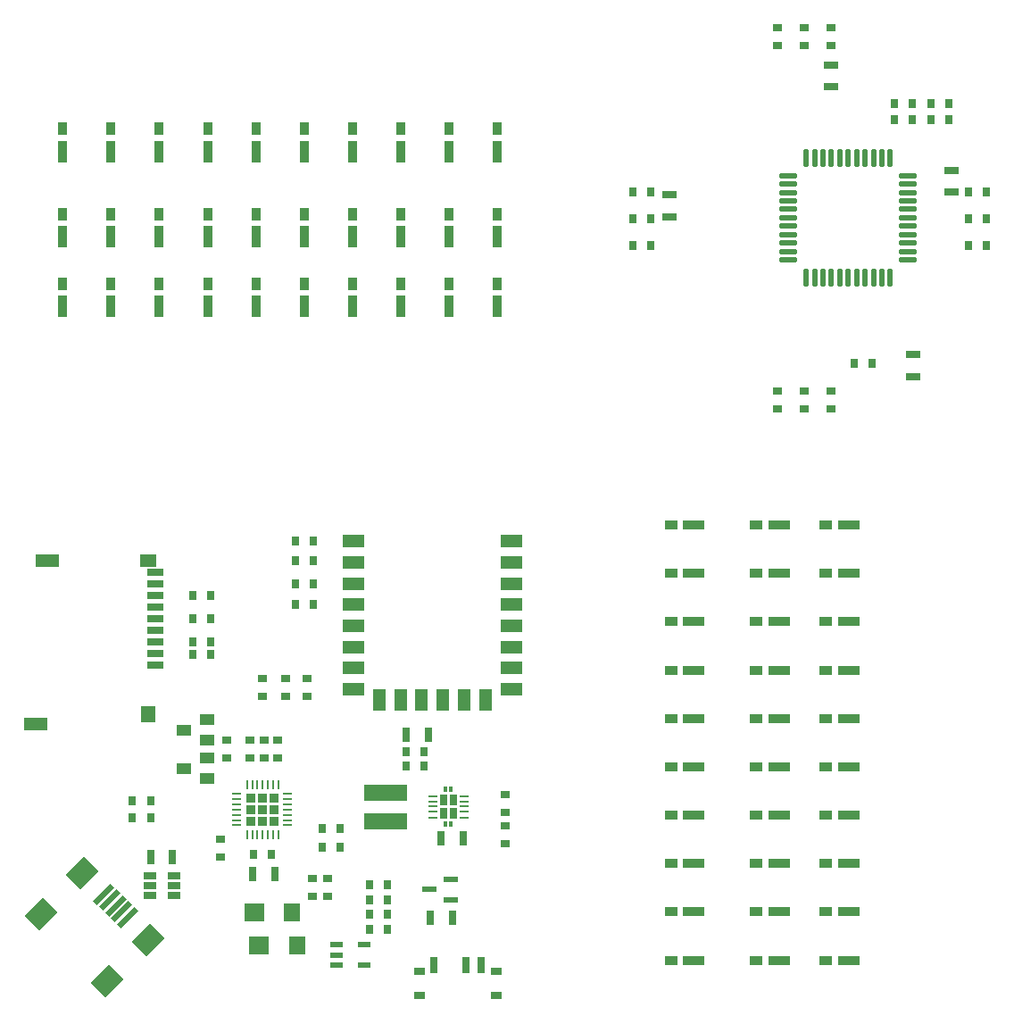
<source format=gtp>
%MOIN*%
%OFA0B0*%
%FSLAX33Y33*%
%IPPOS*%
%LPD*%
%AMRect-W2000001-H800001-RO0.500*
21,1,0.078740196850393712,0.031496102362204723,0,0,360*%
%AMRect-W1200000-H800001-RO0.500*
21,1,0.047244094488188976,0.031496102362204723,0,0,360*%
%AMCOMP11891*
4,1,3,
-0.039370098425196856,-0.015748051181102354,
0.039370098425196856,-0.015748051181102372,
0.039370098425196856,0.015748051181102354,
-0.039370098425196856,0.015748051181102372,
0*%
%AMCOMP11892*
4,1,3,
-0.023622047244094491,-0.015748051181102354,
0.023622047244094484,-0.015748051181102368,
0.023622047244094491,0.015748051181102354,
-0.023622047244094484,0.015748051181102368,
0*%
%AMRect-W670710-H1320710-RO1.5000*
21,1,0.026405905511811028,0.05199645669291339,0,0,90*%
%AMRR-H1749999-W549999-R274999-RO1.5000*
21,1,0.000000039370078740157479,0.068897598425196854,0,0,90*
21,1,0.021653503937007875,0.047244133858267721,0,0,90*
1,1,0.021653464566929133,-0.023622066929133861,-0.00000001968503937007874*
1,1,0.021653464566929133,-0.023622066929133861,0.00000001968503937007874*
1,1,0.021653464566929133,0.023622066929133861,0.00000001968503937007874*
1,1,0.021653464566929133,0.023622066929133861,-0.00000001968503937007874*%
%AMRR-H1749999-W549999-R274999-RO0.0000*
21,1,0.000000039370078740157479,0.068897598425196854,0,0,360*
21,1,0.021653503937007875,0.047244133858267721,0,0,360*
1,1,0.021653464566929133,-0.00000001968503937007874,0.023622066929133861*
1,1,0.021653464566929133,0.00000001968503937007874,0.023622066929133861*
1,1,0.021653464566929133,0.00000001968503937007874,-0.023622066929133861*
1,1,0.021653464566929133,-0.00000001968503937007874,-0.023622066929133861*%
%AMRect-W670710-H870710-RO1.0000*
21,1,0.026405905511811028,0.03427992125984252,0,0,180*%
%AMRect-W670710-H1320710-RO0.5000*
21,1,0.026405905511811028,0.05199645669291339,0,0,270*%
%AMRect-W670710-H870710-RO1.5000*
21,1,0.026405905511811028,0.03427992125984252,0,0,90*%
%AMRect-W670710-H870710-RO0.5000*
21,1,0.026405905511811028,0.03427992125984252,0,0,270*%
%AMCOMP119080*
4,1,3,
0.025998228346456695,-0.013202952755905516,
0.025998228346456695,0.013202952755905511,
-0.025998228346456695,0.013202952755905516,
-0.025998228346456695,-0.013202952755905511,
0*%
%AMCOMP119090*
4,1,3,
0.034448799212598427,-0.000000019685039372188054,
0.034448799212598427,0.000000019685039367969429,
-0.034448799212598427,0.000000019685039372188054,
-0.034448799212598427,-0.000000019685039367969429,
0*
4,1,3,
0.023622066929133861,-0.010826751968503939,
0.023622066929133861,0.010826751968503936,
-0.023622066929133861,0.010826751968503939,
-0.023622066929133861,-0.010826751968503936,
0*
4,1,19,
-0.023622066929133861,0.010826712598425197,
-0.020276422659995429,0.010296814603332715,
-0.017258273362394577,0.0087589907258313459,
-0.014863056518263147,0.006363773881699915,
-0.013325232640761778,0.0033456245840990623,
-0.012795334645669294,-0.000000019685039369415817,
-0.013325232640761776,-0.003345663954177801,
-0.014863056518263144,-0.0063638132517786538,
-0.017258273362394577,-0.0087590300959100847,
-0.020276422659995429,-0.010296853973411454,
-0.023622066929133861,-0.010826751968503938,
-0.026967711198272296,-0.010296853973411454,
-0.029985860495873141,-0.0087590300959100864,
-0.032381077340004574,-0.0063638132517786546,
-0.033918901217505945,-0.0033456639541778041,
-0.034448799212598427,-0.000000019685039372067514,
-0.033918901217505945,0.00334562458409906,
-0.032381077340004581,0.0063637738816999133,
-0.029985860495873148,0.0087589907258313442,
-0.026967711198272296,0.010296814603332713,
0*
4,1,19,
-0.023622066929133861,0.010826751968503938,
-0.020276422659995429,0.010296853973411456,
-0.017258273362394577,0.0087590300959100847,
-0.014863056518263147,0.0063638132517786538,
-0.013325232640761778,0.0033456639541778023,
-0.012795334645669294,0.000000019685039370741665,
-0.013325232640761776,-0.003345624584099061,
-0.014863056518263144,-0.006363773881699915,
-0.017258273362394577,-0.0087589907258313459,
-0.020276422659995429,-0.010296814603332713,
-0.023622066929133861,-0.010826712598425197,
-0.026967711198272296,-0.010296814603332713,
-0.029985860495873141,-0.0087589907258313476,
-0.032381077340004574,-0.0063637738816999159,
-0.033918901217505945,-0.0033456245840990636,
-0.034448799212598427,0.000000019685039368089969,
-0.033918901217505945,0.0033456639541778,
-0.032381077340004581,0.0063638132517786529,
-0.029985860495873148,0.0087590300959100829,
-0.026967711198272296,0.010296853973411454,
0*
4,1,19,
0.023622066929133861,0.010826751968503938,
0.026967711198272296,0.010296853973411456,
0.029985860495873148,0.0087590300959100847,
0.032381077340004574,0.0063638132517786538,
0.033918901217505945,0.0033456639541778023,
0.034448799212598427,0.000000019685039370741665,
0.033918901217505945,-0.003345624584099061,
0.032381077340004581,-0.006363773881699915,
0.029985860495873148,-0.0087589907258313459,
0.026967711198272296,-0.010296814603332713,
0.023622066929133861,-0.010826712598425197,
0.020276422659995429,-0.010296814603332713,
0.017258273362394577,-0.0087589907258313476,
0.014863056518263147,-0.0063637738816999159,
0.013325232640761778,-0.0033456245840990636,
0.012795334645669294,0.000000019685039368089969,
0.013325232640761776,0.0033456639541778,
0.014863056518263144,0.0063638132517786529,
0.017258273362394577,0.0087590300959100829,
0.020276422659995429,0.010296853973411454,
0*
4,1,19,
0.023622066929133861,0.010826712598425197,
0.026967711198272296,0.010296814603332715,
0.029985860495873148,0.0087589907258313459,
0.032381077340004574,0.006363773881699915,
0.033918901217505945,0.0033456245840990623,
0.034448799212598427,-0.000000019685039369415817,
0.033918901217505945,-0.003345663954177801,
0.032381077340004581,-0.0063638132517786538,
0.029985860495873148,-0.0087590300959100847,
0.026967711198272296,-0.010296853973411454,
0.023622066929133861,-0.010826751968503938,
0.020276422659995429,-0.010296853973411454,
0.017258273362394577,-0.0087590300959100864,
0.014863056518263147,-0.0063638132517786546,
0.013325232640761778,-0.0033456639541778041,
0.012795334645669294,-0.000000019685039372067514,
0.013325232640761776,0.00334562458409906,
0.014863056518263144,0.0063637738816999133,
0.017258273362394577,0.0087589907258313442,
0.020276422659995429,0.010296814603332713,
0*%
%AMCOMP119100*
4,1,3,
-0.000000019685039378515985,-0.034448799212598427,
0.000000019685039361641497,-0.034448799212598427,
0.000000019685039378515985,0.034448799212598427,
-0.000000019685039361641497,0.034448799212598427,
0*
4,1,3,
-0.010826751968503945,-0.023622066929133857,
0.010826751968503931,-0.023622066929133864,
0.010826751968503945,0.023622066929133857,
-0.010826751968503931,0.023622066929133864,
0*
4,1,19,
-0.00000001968503937007874,0.034448799212598427,
0.0033456245840990614,0.033918901217505945,
0.006363773881699915,0.032381077340004581,
0.0087589907258313459,0.029985860495873148,
0.010296814603332713,0.026967711198272296,
0.010826712598425197,0.023622066929133861,
0.010296814603332715,0.020276422659995429,
0.0087589907258313459,0.017258273362394577,
0.0063637738816999159,0.014863056518263147,
0.0033456245840990631,0.013325232640761778,
-0.000000019685039368752892,0.012795334645669294,
-0.0033456639541778049,0.013325232640761778,
-0.0063638132517786529,0.014863056518263144,
-0.0087590300959100847,0.017258273362394577,
-0.010296853973411454,0.020276422659995429,
-0.010826751968503938,0.023622066929133861,
-0.010296853973411456,0.026967711198272289,
-0.0087590300959100864,0.029985860495873141,
-0.0063638132517786555,0.032381077340004574,
-0.0033456639541778045,0.033918901217505945,
0*
4,1,19,
0.00000001968503937007874,0.034448799212598427,
0.0033456639541778019,0.033918901217505945,
0.0063638132517786538,0.032381077340004581,
0.0087590300959100847,0.029985860495873148,
0.010296853973411454,0.026967711198272296,
0.010826751968503938,0.023622066929133861,
0.010296853973411456,0.020276422659995429,
0.0087590300959100847,0.017258273362394577,
0.0063638132517786546,0.014863056518263147,
0.0033456639541778032,0.013325232640761778,
0.000000019685039371404588,0.012795334645669294,
-0.0033456245840990649,0.013325232640761778,
-0.0063637738816999133,0.014863056518263144,
-0.0087589907258313459,0.017258273362394577,
-0.010296814603332713,0.020276422659995429,
-0.010826712598425197,0.023622066929133861,
-0.010296814603332715,0.026967711198272289,
-0.0087589907258313476,0.029985860495873141,
-0.0063637738816999167,0.032381077340004574,
-0.0033456245840990644,0.033918901217505945,
0*
4,1,19,
0.00000001968503937007874,-0.012795334645669294,
0.0033456639541778019,-0.013325232640761776,
0.0063638132517786538,-0.014863056518263144,
0.0087590300959100847,-0.017258273362394577,
0.010296853973411454,-0.020276422659995429,
0.010826751968503938,-0.023622066929133861,
0.010296853973411456,-0.026967711198272296,
0.0087590300959100847,-0.029985860495873148,
0.0063638132517786546,-0.032381077340004574,
0.0033456639541778032,-0.033918901217505945,
0.000000019685039371404588,-0.034448799212598427,
-0.0033456245840990649,-0.033918901217505945,
-0.0063637738816999133,-0.032381077340004581,
-0.0087589907258313459,-0.029985860495873148,
-0.010296814603332713,-0.026967711198272296,
-0.010826712598425197,-0.023622066929133861,
-0.010296814603332715,-0.020276422659995432,
-0.0087589907258313476,-0.017258273362394577,
-0.0063637738816999167,-0.014863056518263149,
-0.0033456245840990644,-0.013325232640761778,
0*
4,1,19,
-0.00000001968503937007874,-0.012795334645669294,
0.0033456245840990614,-0.013325232640761776,
0.006363773881699915,-0.014863056518263144,
0.0087589907258313459,-0.017258273362394577,
0.010296814603332713,-0.020276422659995429,
0.010826712598425197,-0.023622066929133861,
0.010296814603332715,-0.026967711198272296,
0.0087589907258313459,-0.029985860495873148,
0.0063637738816999159,-0.032381077340004574,
0.0033456245840990631,-0.033918901217505945,
-0.000000019685039368752892,-0.034448799212598427,
-0.0033456639541778049,-0.033918901217505945,
-0.0063638132517786529,-0.032381077340004581,
-0.0087590300959100847,-0.029985860495873148,
-0.010296853973411454,-0.026967711198272296,
-0.010826751968503938,-0.023622066929133861,
-0.010296853973411456,-0.020276422659995432,
-0.0087590300959100864,-0.017258273362394577,
-0.0063638132517786555,-0.014863056518263149,
-0.0033456639541778045,-0.013325232640761778,
0*%
%AMCOMP119110*
4,1,3,
0.013202952755905516,0.017139960629921257,
-0.013202952755905511,0.017139960629921264,
-0.013202952755905516,-0.017139960629921257,
0.013202952755905511,-0.017139960629921264,
0*%
%AMCOMP119120*
4,1,3,
-0.025998228346456691,0.013202952755905517,
-0.0259982283464567,-0.013202952755905509,
0.025998228346456691,-0.013202952755905517,
0.0259982283464567,0.013202952755905509,
0*%
%AMCOMP119130*
4,1,3,
0.01713996062992126,-0.013202952755905514,
0.01713996062992126,0.013202952755905514,
-0.01713996062992126,0.013202952755905514,
-0.01713996062992126,-0.013202952755905514,
0*%
%AMCOMP119140*
4,1,3,
-0.017139960629921257,0.013202952755905516,
-0.017139960629921264,-0.013202952755905511,
0.017139960629921257,-0.013202952755905516,
0.017139960629921264,0.013202952755905511,
0*%
%AMCOMP12057*
4,1,3,
-0.039370098425196856,-0.015748051181102354,
0.039370098425196856,-0.015748051181102372,
0.039370098425196856,0.015748051181102354,
-0.039370098425196856,0.015748051181102372,
0*%
%AMCOMP12058*
4,1,3,
-0.023622047244094491,-0.015748051181102354,
0.023622047244094484,-0.015748051181102368,
0.023622047244094491,0.015748051181102354,
-0.023622047244094484,0.015748051181102368,
0*%
%AMCOMP12059*
4,1,3,
0.025998228346456695,-0.013202952755905516,
0.025998228346456695,0.013202952755905511,
-0.025998228346456695,0.013202952755905516,
-0.025998228346456695,-0.013202952755905511,
0*%
%AMCOMP12060*
4,1,3,
0.034448799212598427,-0.000000019685039372188054,
0.034448799212598427,0.000000019685039367969429,
-0.034448799212598427,0.000000019685039372188054,
-0.034448799212598427,-0.000000019685039367969429,
0*
4,1,3,
0.023622066929133861,-0.010826751968503939,
0.023622066929133861,0.010826751968503936,
-0.023622066929133861,0.010826751968503939,
-0.023622066929133861,-0.010826751968503936,
0*
4,1,19,
-0.023622066929133861,0.010826712598425197,
-0.020276422659995429,0.010296814603332715,
-0.017258273362394577,0.0087589907258313459,
-0.014863056518263147,0.006363773881699915,
-0.013325232640761778,0.0033456245840990623,
-0.012795334645669294,-0.000000019685039369415817,
-0.013325232640761776,-0.003345663954177801,
-0.014863056518263144,-0.0063638132517786538,
-0.017258273362394577,-0.0087590300959100847,
-0.020276422659995429,-0.010296853973411454,
-0.023622066929133861,-0.010826751968503938,
-0.026967711198272296,-0.010296853973411454,
-0.029985860495873141,-0.0087590300959100864,
-0.032381077340004574,-0.0063638132517786546,
-0.033918901217505945,-0.0033456639541778041,
-0.034448799212598427,-0.000000019685039372067514,
-0.033918901217505945,0.00334562458409906,
-0.032381077340004581,0.0063637738816999133,
-0.029985860495873148,0.0087589907258313442,
-0.026967711198272296,0.010296814603332713,
0*
4,1,19,
-0.023622066929133861,0.010826751968503938,
-0.020276422659995429,0.010296853973411456,
-0.017258273362394577,0.0087590300959100847,
-0.014863056518263147,0.0063638132517786538,
-0.013325232640761778,0.0033456639541778023,
-0.012795334645669294,0.000000019685039370741665,
-0.013325232640761776,-0.003345624584099061,
-0.014863056518263144,-0.006363773881699915,
-0.017258273362394577,-0.0087589907258313459,
-0.020276422659995429,-0.010296814603332713,
-0.023622066929133861,-0.010826712598425197,
-0.026967711198272296,-0.010296814603332713,
-0.029985860495873141,-0.0087589907258313476,
-0.032381077340004574,-0.0063637738816999159,
-0.033918901217505945,-0.0033456245840990636,
-0.034448799212598427,0.000000019685039368089969,
-0.033918901217505945,0.0033456639541778,
-0.032381077340004581,0.0063638132517786529,
-0.029985860495873148,0.0087590300959100829,
-0.026967711198272296,0.010296853973411454,
0*
4,1,19,
0.023622066929133861,0.010826751968503938,
0.026967711198272296,0.010296853973411456,
0.029985860495873148,0.0087590300959100847,
0.032381077340004574,0.0063638132517786538,
0.033918901217505945,0.0033456639541778023,
0.034448799212598427,0.000000019685039370741665,
0.033918901217505945,-0.003345624584099061,
0.032381077340004581,-0.006363773881699915,
0.029985860495873148,-0.0087589907258313459,
0.026967711198272296,-0.010296814603332713,
0.023622066929133861,-0.010826712598425197,
0.020276422659995429,-0.010296814603332713,
0.017258273362394577,-0.0087589907258313476,
0.014863056518263147,-0.0063637738816999159,
0.013325232640761778,-0.0033456245840990636,
0.012795334645669294,0.000000019685039368089969,
0.013325232640761776,0.0033456639541778,
0.014863056518263144,0.0063638132517786529,
0.017258273362394577,0.0087590300959100829,
0.020276422659995429,0.010296853973411454,
0*
4,1,19,
0.023622066929133861,0.010826712598425197,
0.026967711198272296,0.010296814603332715,
0.029985860495873148,0.0087589907258313459,
0.032381077340004574,0.006363773881699915,
0.033918901217505945,0.0033456245840990623,
0.034448799212598427,-0.000000019685039369415817,
0.033918901217505945,-0.003345663954177801,
0.032381077340004581,-0.0063638132517786538,
0.029985860495873148,-0.0087590300959100847,
0.026967711198272296,-0.010296853973411454,
0.023622066929133861,-0.010826751968503938,
0.020276422659995429,-0.010296853973411454,
0.017258273362394577,-0.0087590300959100864,
0.014863056518263147,-0.0063638132517786546,
0.013325232640761778,-0.0033456639541778041,
0.012795334645669294,-0.000000019685039372067514,
0.013325232640761776,0.00334562458409906,
0.014863056518263144,0.0063637738816999133,
0.017258273362394577,0.0087589907258313442,
0.020276422659995429,0.010296814603332713,
0*%
%AMCOMP12061*
4,1,3,
-0.000000019685039378515985,-0.034448799212598427,
0.000000019685039361641497,-0.034448799212598427,
0.000000019685039378515985,0.034448799212598427,
-0.000000019685039361641497,0.034448799212598427,
0*
4,1,3,
-0.010826751968503945,-0.023622066929133857,
0.010826751968503931,-0.023622066929133864,
0.010826751968503945,0.023622066929133857,
-0.010826751968503931,0.023622066929133864,
0*
4,1,19,
-0.00000001968503937007874,0.034448799212598427,
0.0033456245840990614,0.033918901217505945,
0.006363773881699915,0.032381077340004581,
0.0087589907258313459,0.029985860495873148,
0.010296814603332713,0.026967711198272296,
0.010826712598425197,0.023622066929133861,
0.010296814603332715,0.020276422659995429,
0.0087589907258313459,0.017258273362394577,
0.0063637738816999159,0.014863056518263147,
0.0033456245840990631,0.013325232640761778,
-0.000000019685039368752892,0.012795334645669294,
-0.0033456639541778049,0.013325232640761778,
-0.0063638132517786529,0.014863056518263144,
-0.0087590300959100847,0.017258273362394577,
-0.010296853973411454,0.020276422659995429,
-0.010826751968503938,0.023622066929133861,
-0.010296853973411456,0.026967711198272289,
-0.0087590300959100864,0.029985860495873141,
-0.0063638132517786555,0.032381077340004574,
-0.0033456639541778045,0.033918901217505945,
0*
4,1,19,
0.00000001968503937007874,0.034448799212598427,
0.0033456639541778019,0.033918901217505945,
0.0063638132517786538,0.032381077340004581,
0.0087590300959100847,0.029985860495873148,
0.010296853973411454,0.026967711198272296,
0.010826751968503938,0.023622066929133861,
0.010296853973411456,0.020276422659995429,
0.0087590300959100847,0.017258273362394577,
0.0063638132517786546,0.014863056518263147,
0.0033456639541778032,0.013325232640761778,
0.000000019685039371404588,0.012795334645669294,
-0.0033456245840990649,0.013325232640761778,
-0.0063637738816999133,0.014863056518263144,
-0.0087589907258313459,0.017258273362394577,
-0.010296814603332713,0.020276422659995429,
-0.010826712598425197,0.023622066929133861,
-0.010296814603332715,0.026967711198272289,
-0.0087589907258313476,0.029985860495873141,
-0.0063637738816999167,0.032381077340004574,
-0.0033456245840990644,0.033918901217505945,
0*
4,1,19,
0.00000001968503937007874,-0.012795334645669294,
0.0033456639541778019,-0.013325232640761776,
0.0063638132517786538,-0.014863056518263144,
0.0087590300959100847,-0.017258273362394577,
0.010296853973411454,-0.020276422659995429,
0.010826751968503938,-0.023622066929133861,
0.010296853973411456,-0.026967711198272296,
0.0087590300959100847,-0.029985860495873148,
0.0063638132517786546,-0.032381077340004574,
0.0033456639541778032,-0.033918901217505945,
0.000000019685039371404588,-0.034448799212598427,
-0.0033456245840990649,-0.033918901217505945,
-0.0063637738816999133,-0.032381077340004581,
-0.0087589907258313459,-0.029985860495873148,
-0.010296814603332713,-0.026967711198272296,
-0.010826712598425197,-0.023622066929133861,
-0.010296814603332715,-0.020276422659995432,
-0.0087589907258313476,-0.017258273362394577,
-0.0063637738816999167,-0.014863056518263149,
-0.0033456245840990644,-0.013325232640761778,
0*
4,1,19,
-0.00000001968503937007874,-0.012795334645669294,
0.0033456245840990614,-0.013325232640761776,
0.006363773881699915,-0.014863056518263144,
0.0087589907258313459,-0.017258273362394577,
0.010296814603332713,-0.020276422659995429,
0.010826712598425197,-0.023622066929133861,
0.010296814603332715,-0.026967711198272296,
0.0087589907258313459,-0.029985860495873148,
0.0063637738816999159,-0.032381077340004574,
0.0033456245840990631,-0.033918901217505945,
-0.000000019685039368752892,-0.034448799212598427,
-0.0033456639541778049,-0.033918901217505945,
-0.0063638132517786529,-0.032381077340004581,
-0.0087590300959100847,-0.029985860495873148,
-0.010296853973411454,-0.026967711198272296,
-0.010826751968503938,-0.023622066929133861,
-0.010296853973411456,-0.020276422659995432,
-0.0087590300959100864,-0.017258273362394577,
-0.0063638132517786555,-0.014863056518263149,
-0.0033456639541778045,-0.013325232640761778,
0*%
%AMCOMP12062*
4,1,3,
0.013202952755905516,0.017139960629921257,
-0.013202952755905511,0.017139960629921264,
-0.013202952755905516,-0.017139960629921257,
0.013202952755905511,-0.017139960629921264,
0*%
%AMCOMP12063*
4,1,3,
-0.025998228346456691,0.013202952755905517,
-0.0259982283464567,-0.013202952755905509,
0.025998228346456691,-0.013202952755905517,
0.0259982283464567,0.013202952755905509,
0*%
%AMCOMP12064*
4,1,3,
0.01713996062992126,-0.013202952755905514,
0.01713996062992126,0.013202952755905514,
-0.01713996062992126,0.013202952755905514,
-0.01713996062992126,-0.013202952755905514,
0*%
%AMCOMP12065*
4,1,3,
-0.017139960629921257,0.013202952755905516,
-0.017139960629921264,-0.013202952755905511,
0.017139960629921257,-0.013202952755905516,
0.017139960629921264,0.013202952755905511,
0*%
%AMRect-W670710-H870710-RO0.5001*
21,1,0.026405905511811028,0.03427992125984252,0,0,270*%
%AMRect-W1500000-H4000000-RO1.5000*
21,1,0.059055118110236227,0.15748031496062992,0,0,90*%
%AMRect-W670710-H870710-RO1.0001*
21,1,0.026405905511811028,0.03427992125984252,0,0,180*%
%AMRect-W1400000-H1000000-RO1.0000*
21,1,0.055118110236220472,0.03937007874015748,0,0,180*%
%AMRect-W670710-H870710-RO1.5001*
21,1,0.026405905511811028,0.03427992125984252,0,0,90*%
%AMRect-W700000-H1600000-RO1.5000*
21,1,0.027559055118110236,0.062992125984251982,0,0,90*%
%AMRect-W1200000-H1600000-RO0.5000*
21,1,0.047244094488188976,0.062992125984251982,0,0,270*%
%AMRect-W1600000-H1400000-RO0.5000*
21,1,0.062992125984251982,0.055118110236220472,0,0,270*%
%AMRect-W1200000-H2200000-RO0.5000*
21,1,0.047244094488188976,0.086614173228346469,0,0,270*%
%AMRect-W230000-H800000-RO0.5000*
21,1,0.0090551181102362221,0.031496062992125991,0,0,270*%
%AMRect-W1050000-H680000-RO0.5000*
21,1,0.041338582677165357,0.02677165354330709,0,0,270*%
%AMRect-W500000-H260000-RO0.5000*
21,1,0.01968503937007874,0.010236220472440947,0,0,270*%
%AMRect-W1280000-H550000-RO1.0000*
21,1,0.050393700787401581,0.021653543307086617,0,0,180*%
%AMRect-W1520000-H1680000-RO1.0000*
21,1,0.059842519685039376,0.066141732283464566,0,0,180*%
%AMRect-W1880000-H1680000-RO1.0000*
21,1,0.074015748031496062,0.066141732283464566,0,0,180*%
%AMRect-W2300000-H500000-RO1.7500*
21,1,0.0905511811023622,0.01968503937007874,0,0,45*%
%AMRect-W2500000-H2000000-RO1.7500*
21,1,0.0984251968503937,0.07874015748031496,0,0,45*%
%AMRect-W600000-H1200000-RO0.5000*
21,1,0.023622047244094488,0.047244094488188976,0,0,270*%
%AMCOMP119430*
4,1,3,
-0.017139960629921257,0.013202952755905516,
-0.017139960629921264,-0.013202952755905511,
0.017139960629921257,-0.013202952755905516,
0.017139960629921264,0.013202952755905511,
0*%
%AMCOMP119440*
4,1,3,
0.07874015748031496,-0.029527559055118117,
0.07874015748031496,0.029527559055118106,
-0.07874015748031496,0.029527559055118117,
-0.07874015748031496,-0.029527559055118106,
0*%
%AMCOMP119450*
4,1,3,
0.013202952755905516,0.017139960629921257,
-0.013202952755905511,0.017139960629921264,
-0.013202952755905516,-0.017139960629921257,
0.013202952755905511,-0.017139960629921264,
0*%
%AMCOMP119460*
4,1,3,
0.027559055118110239,0.019685039370078736,
-0.027559055118110232,0.019685039370078747,
-0.027559055118110239,-0.019685039370078736,
0.027559055118110232,-0.019685039370078747,
0*%
%AMCOMP119470*
4,1,3,
0.01713996062992126,-0.013202952755905514,
0.01713996062992126,0.013202952755905514,
-0.01713996062992126,0.013202952755905514,
-0.01713996062992126,-0.013202952755905514,
0*%
%AMCOMP119480*
4,1,3,
0.031496062992125991,-0.01377952755905512,
0.031496062992125991,0.013779527559055116,
-0.031496062992125991,0.01377952755905512,
-0.031496062992125991,-0.013779527559055116,
0*%
%AMCOMP119490*
4,1,3,
-0.031496062992125984,0.023622047244094491,
-0.031496062992125991,-0.023622047244094484,
0.031496062992125984,-0.023622047244094491,
0.031496062992125991,0.023622047244094484,
0*%
%AMCOMP119500*
4,1,3,
-0.027559055118110232,0.031496062992125991,
-0.027559055118110239,-0.031496062992125984,
0.027559055118110232,-0.031496062992125991,
0.027559055118110239,0.031496062992125984,
0*%
%AMCOMP119510*
4,1,3,
-0.043307086614173235,0.0236220472440945,
-0.043307086614173235,-0.023622047244094481,
0.043307086614173235,-0.0236220472440945,
0.043307086614173235,0.023622047244094481,
0*%
%AMCOMP119520*
4,1,3,
-0.015748031496062995,0.0045275590551181136,
-0.015748031496062995,-0.0045275590551181076,
0.015748031496062995,-0.0045275590551181136,
0.015748031496062995,0.0045275590551181076,
0*%
%AMCOMP119530*
4,1,3,
-0.013385826771653541,0.020669291338582682,
-0.01338582677165355,-0.020669291338582675,
0.013385826771653541,-0.020669291338582682,
0.01338582677165355,0.020669291338582675,
0*%
%AMCOMP119540*
4,1,3,
-0.0051181102362204706,0.00984251968503937,
-0.005118110236220475,-0.00984251968503937,
0.0051181102362204706,-0.00984251968503937,
0.005118110236220475,0.00984251968503937,
0*%
%AMCOMP119550*
4,1,3,
0.025196850393700791,0.010826771653543307,
-0.025196850393700791,0.01082677165354331,
-0.025196850393700791,-0.010826771653543307,
0.025196850393700791,-0.01082677165354331,
0*%
%AMCOMP119560*
4,1,3,
0.029921259842519692,0.033070866141732283,
-0.029921259842519681,0.03307086614173229,
-0.029921259842519692,-0.033070866141732283,
0.029921259842519681,-0.03307086614173229,
0*%
%AMCOMP119570*
4,1,3,
0.037007874015748038,0.033070866141732283,
-0.037007874015748024,0.03307086614173229,
-0.037007874015748038,-0.033070866141732283,
0.037007874015748024,-0.03307086614173229,
0*%
%AMCOMP119580*
4,1,3,
-0.025054964687712313,-0.038974389514219152,
0.038974389514219152,0.02505496468771231,
0.025054964687712313,0.038974389514219152,
-0.038974389514219152,-0.02505496468771231,
0*%
%AMCOMP119590*
4,1,3,
-0.0069597124132534244,-0.062637411719280792,
0.062637411719280792,0.0069597124132534157,
0.0069597124132534244,0.062637411719280792,
-0.062637411719280792,-0.0069597124132534157,
0*%
%AMCOMP119600*
4,1,3,
-0.023622047244094488,0.011811023622047249,
-0.023622047244094488,-0.011811023622047241,
0.023622047244094488,-0.011811023622047249,
0.023622047244094488,0.011811023622047241,
0*%
%AMRect-W2000001-H800001-RO0.50000*
21,1,0.078740196850393712,0.031496102362204723,0,0,270*%
%AMRect-W1200000-H800001-RO0.50000*
21,1,0.047244094488188976,0.031496102362204723,0,0,270*%
%AMCOMP1198100*
4,1,3,
-0.015748051181102354,0.039370098425196856,
-0.015748051181102368,-0.039370098425196856,
0.015748051181102354,-0.039370098425196856,
0.015748051181102368,0.039370098425196856,
0*%
%AMCOMP1198200*
4,1,3,
-0.015748051181102358,0.023622047244094491,
-0.015748051181102368,-0.023622047244094484,
0.015748051181102358,-0.023622047244094491,
0.015748051181102368,0.023622047244094484,
0*%
%AMCOMP120660*
4,1,3,
-0.017139960629921257,0.013202952755905516,
-0.017139960629921264,-0.013202952755905511,
0.017139960629921257,-0.013202952755905516,
0.017139960629921264,0.013202952755905511,
0*%
%AMCOMP120670*
4,1,3,
0.07874015748031496,-0.029527559055118117,
0.07874015748031496,0.029527559055118106,
-0.07874015748031496,0.029527559055118117,
-0.07874015748031496,-0.029527559055118106,
0*%
%AMCOMP120680*
4,1,3,
0.013202952755905516,0.017139960629921257,
-0.013202952755905511,0.017139960629921264,
-0.013202952755905516,-0.017139960629921257,
0.013202952755905511,-0.017139960629921264,
0*%
%AMCOMP120690*
4,1,3,
0.027559055118110239,0.019685039370078736,
-0.027559055118110232,0.019685039370078747,
-0.027559055118110239,-0.019685039370078736,
0.027559055118110232,-0.019685039370078747,
0*%
%AMCOMP120700*
4,1,3,
0.01713996062992126,-0.013202952755905514,
0.01713996062992126,0.013202952755905514,
-0.01713996062992126,0.013202952755905514,
-0.01713996062992126,-0.013202952755905514,
0*%
%AMCOMP120710*
4,1,3,
0.031496062992125991,-0.01377952755905512,
0.031496062992125991,0.013779527559055116,
-0.031496062992125991,0.01377952755905512,
-0.031496062992125991,-0.013779527559055116,
0*%
%AMCOMP120720*
4,1,3,
-0.031496062992125984,0.023622047244094491,
-0.031496062992125991,-0.023622047244094484,
0.031496062992125984,-0.023622047244094491,
0.031496062992125991,0.023622047244094484,
0*%
%AMCOMP120730*
4,1,3,
-0.027559055118110232,0.031496062992125991,
-0.027559055118110239,-0.031496062992125984,
0.027559055118110232,-0.031496062992125991,
0.027559055118110239,0.031496062992125984,
0*%
%AMCOMP120740*
4,1,3,
-0.043307086614173235,0.0236220472440945,
-0.043307086614173235,-0.023622047244094481,
0.043307086614173235,-0.0236220472440945,
0.043307086614173235,0.023622047244094481,
0*%
%AMCOMP120750*
4,1,3,
-0.015748031496062995,0.0045275590551181136,
-0.015748031496062995,-0.0045275590551181076,
0.015748031496062995,-0.0045275590551181136,
0.015748031496062995,0.0045275590551181076,
0*%
%AMCOMP120760*
4,1,3,
-0.013385826771653541,0.020669291338582682,
-0.01338582677165355,-0.020669291338582675,
0.013385826771653541,-0.020669291338582682,
0.01338582677165355,0.020669291338582675,
0*%
%AMCOMP120770*
4,1,3,
-0.0051181102362204706,0.00984251968503937,
-0.005118110236220475,-0.00984251968503937,
0.0051181102362204706,-0.00984251968503937,
0.005118110236220475,0.00984251968503937,
0*%
%AMCOMP120780*
4,1,3,
0.025196850393700791,0.010826771653543307,
-0.025196850393700791,0.01082677165354331,
-0.025196850393700791,-0.010826771653543307,
0.025196850393700791,-0.01082677165354331,
0*%
%AMCOMP120790*
4,1,3,
0.029921259842519692,0.033070866141732283,
-0.029921259842519681,0.03307086614173229,
-0.029921259842519692,-0.033070866141732283,
0.029921259842519681,-0.03307086614173229,
0*%
%AMCOMP120800*
4,1,3,
0.037007874015748038,0.033070866141732283,
-0.037007874015748024,0.03307086614173229,
-0.037007874015748038,-0.033070866141732283,
0.037007874015748024,-0.03307086614173229,
0*%
%AMCOMP120810*
4,1,3,
-0.025054964687712313,-0.038974389514219152,
0.038974389514219152,0.02505496468771231,
0.025054964687712313,0.038974389514219152,
-0.038974389514219152,-0.02505496468771231,
0*%
%AMCOMP120820*
4,1,3,
-0.0069597124132534244,-0.062637411719280792,
0.062637411719280792,0.0069597124132534157,
0.0069597124132534244,0.062637411719280792,
-0.062637411719280792,-0.0069597124132534157,
0*%
%AMCOMP120830*
4,1,3,
-0.023622047244094488,0.011811023622047249,
-0.023622047244094488,-0.011811023622047241,
0.023622047244094488,-0.011811023622047249,
0.023622047244094488,0.011811023622047241,
0*%
%AMCOMP120840*
4,1,3,
-0.015748051181102354,0.039370098425196856,
-0.015748051181102368,-0.039370098425196856,
0.015748051181102354,-0.039370098425196856,
0.015748051181102368,0.039370098425196856,
0*%
%AMCOMP120850*
4,1,3,
-0.015748051181102358,0.023622047244094491,
-0.015748051181102368,-0.023622047244094484,
0.015748051181102358,-0.023622047244094491,
0.015748051181102368,0.023622047244094484,
0*%
%AMCOMP12086*
4,1,3,
-0.039370098425196856,-0.015748051181102354,
0.039370098425196856,-0.015748051181102372,
0.039370098425196856,0.015748051181102354,
-0.039370098425196856,0.015748051181102372,
0*%
%ADD10COMP12086*%
%AMCOMP12087*
4,1,3,
-0.023622047244094491,-0.015748051181102354,
0.023622047244094484,-0.015748051181102368,
0.023622047244094491,0.015748051181102354,
-0.023622047244094484,0.015748051181102368,
0*%
%ADD11COMP12087*%
%ADD22R,0.026405905511811028X0.03427992125984252*%
%AMCOMP12088*
4,1,3,
0.025998228346456695,-0.013202952755905516,
0.025998228346456695,0.013202952755905511,
-0.025998228346456695,0.013202952755905516,
-0.025998228346456695,-0.013202952755905511,
0*%
%ADD23COMP12088*%
%AMCOMP12089*
4,1,3,
0.034448799212598427,-0.000000019685039372188054,
0.034448799212598427,0.000000019685039367969429,
-0.034448799212598427,0.000000019685039372188054,
-0.034448799212598427,-0.000000019685039367969429,
0*
4,1,3,
0.023622066929133861,-0.010826751968503939,
0.023622066929133861,0.010826751968503936,
-0.023622066929133861,0.010826751968503939,
-0.023622066929133861,-0.010826751968503936,
0*
4,1,19,
-0.023622066929133861,0.010826712598425197,
-0.020276422659995429,0.010296814603332715,
-0.017258273362394577,0.0087589907258313459,
-0.014863056518263147,0.006363773881699915,
-0.013325232640761778,0.0033456245840990623,
-0.012795334645669294,-0.000000019685039369415817,
-0.013325232640761776,-0.003345663954177801,
-0.014863056518263144,-0.0063638132517786538,
-0.017258273362394577,-0.0087590300959100847,
-0.020276422659995429,-0.010296853973411454,
-0.023622066929133861,-0.010826751968503938,
-0.026967711198272296,-0.010296853973411454,
-0.029985860495873141,-0.0087590300959100864,
-0.032381077340004574,-0.0063638132517786546,
-0.033918901217505945,-0.0033456639541778041,
-0.034448799212598427,-0.000000019685039372067514,
-0.033918901217505945,0.00334562458409906,
-0.032381077340004581,0.0063637738816999133,
-0.029985860495873148,0.0087589907258313442,
-0.026967711198272296,0.010296814603332713,
0*
4,1,19,
-0.023622066929133861,0.010826751968503938,
-0.020276422659995429,0.010296853973411456,
-0.017258273362394577,0.0087590300959100847,
-0.014863056518263147,0.0063638132517786538,
-0.013325232640761778,0.0033456639541778023,
-0.012795334645669294,0.000000019685039370741665,
-0.013325232640761776,-0.003345624584099061,
-0.014863056518263144,-0.006363773881699915,
-0.017258273362394577,-0.0087589907258313459,
-0.020276422659995429,-0.010296814603332713,
-0.023622066929133861,-0.010826712598425197,
-0.026967711198272296,-0.010296814603332713,
-0.029985860495873141,-0.0087589907258313476,
-0.032381077340004574,-0.0063637738816999159,
-0.033918901217505945,-0.0033456245840990636,
-0.034448799212598427,0.000000019685039368089969,
-0.033918901217505945,0.0033456639541778,
-0.032381077340004581,0.0063638132517786529,
-0.029985860495873148,0.0087590300959100829,
-0.026967711198272296,0.010296853973411454,
0*
4,1,19,
0.023622066929133861,0.010826751968503938,
0.026967711198272296,0.010296853973411456,
0.029985860495873148,0.0087590300959100847,
0.032381077340004574,0.0063638132517786538,
0.033918901217505945,0.0033456639541778023,
0.034448799212598427,0.000000019685039370741665,
0.033918901217505945,-0.003345624584099061,
0.032381077340004581,-0.006363773881699915,
0.029985860495873148,-0.0087589907258313459,
0.026967711198272296,-0.010296814603332713,
0.023622066929133861,-0.010826712598425197,
0.020276422659995429,-0.010296814603332713,
0.017258273362394577,-0.0087589907258313476,
0.014863056518263147,-0.0063637738816999159,
0.013325232640761778,-0.0033456245840990636,
0.012795334645669294,0.000000019685039368089969,
0.013325232640761776,0.0033456639541778,
0.014863056518263144,0.0063638132517786529,
0.017258273362394577,0.0087590300959100829,
0.020276422659995429,0.010296853973411454,
0*
4,1,19,
0.023622066929133861,0.010826712598425197,
0.026967711198272296,0.010296814603332715,
0.029985860495873148,0.0087589907258313459,
0.032381077340004574,0.006363773881699915,
0.033918901217505945,0.0033456245840990623,
0.034448799212598427,-0.000000019685039369415817,
0.033918901217505945,-0.003345663954177801,
0.032381077340004581,-0.0063638132517786538,
0.029985860495873148,-0.0087590300959100847,
0.026967711198272296,-0.010296853973411454,
0.023622066929133861,-0.010826751968503938,
0.020276422659995429,-0.010296853973411454,
0.017258273362394577,-0.0087590300959100864,
0.014863056518263147,-0.0063638132517786546,
0.013325232640761778,-0.0033456639541778041,
0.012795334645669294,-0.000000019685039372067514,
0.013325232640761776,0.00334562458409906,
0.014863056518263144,0.0063637738816999133,
0.017258273362394577,0.0087589907258313442,
0.020276422659995429,0.010296814603332713,
0*%
%ADD24COMP12089*%
%AMCOMP12090*
4,1,3,
-0.000000019685039378515985,-0.034448799212598427,
0.000000019685039361641497,-0.034448799212598427,
0.000000019685039378515985,0.034448799212598427,
-0.000000019685039361641497,0.034448799212598427,
0*
4,1,3,
-0.010826751968503945,-0.023622066929133857,
0.010826751968503931,-0.023622066929133864,
0.010826751968503945,0.023622066929133857,
-0.010826751968503931,0.023622066929133864,
0*
4,1,19,
-0.00000001968503937007874,0.034448799212598427,
0.0033456245840990614,0.033918901217505945,
0.006363773881699915,0.032381077340004581,
0.0087589907258313459,0.029985860495873148,
0.010296814603332713,0.026967711198272296,
0.010826712598425197,0.023622066929133861,
0.010296814603332715,0.020276422659995429,
0.0087589907258313459,0.017258273362394577,
0.0063637738816999159,0.014863056518263147,
0.0033456245840990631,0.013325232640761778,
-0.000000019685039368752892,0.012795334645669294,
-0.0033456639541778049,0.013325232640761778,
-0.0063638132517786529,0.014863056518263144,
-0.0087590300959100847,0.017258273362394577,
-0.010296853973411454,0.020276422659995429,
-0.010826751968503938,0.023622066929133861,
-0.010296853973411456,0.026967711198272289,
-0.0087590300959100864,0.029985860495873141,
-0.0063638132517786555,0.032381077340004574,
-0.0033456639541778045,0.033918901217505945,
0*
4,1,19,
0.00000001968503937007874,0.034448799212598427,
0.0033456639541778019,0.033918901217505945,
0.0063638132517786538,0.032381077340004581,
0.0087590300959100847,0.029985860495873148,
0.010296853973411454,0.026967711198272296,
0.010826751968503938,0.023622066929133861,
0.010296853973411456,0.020276422659995429,
0.0087590300959100847,0.017258273362394577,
0.0063638132517786546,0.014863056518263147,
0.0033456639541778032,0.013325232640761778,
0.000000019685039371404588,0.012795334645669294,
-0.0033456245840990649,0.013325232640761778,
-0.0063637738816999133,0.014863056518263144,
-0.0087589907258313459,0.017258273362394577,
-0.010296814603332713,0.020276422659995429,
-0.010826712598425197,0.023622066929133861,
-0.010296814603332715,0.026967711198272289,
-0.0087589907258313476,0.029985860495873141,
-0.0063637738816999167,0.032381077340004574,
-0.0033456245840990644,0.033918901217505945,
0*
4,1,19,
0.00000001968503937007874,-0.012795334645669294,
0.0033456639541778019,-0.013325232640761776,
0.0063638132517786538,-0.014863056518263144,
0.0087590300959100847,-0.017258273362394577,
0.010296853973411454,-0.020276422659995429,
0.010826751968503938,-0.023622066929133861,
0.010296853973411456,-0.026967711198272296,
0.0087590300959100847,-0.029985860495873148,
0.0063638132517786546,-0.032381077340004574,
0.0033456639541778032,-0.033918901217505945,
0.000000019685039371404588,-0.034448799212598427,
-0.0033456245840990649,-0.033918901217505945,
-0.0063637738816999133,-0.032381077340004581,
-0.0087589907258313459,-0.029985860495873148,
-0.010296814603332713,-0.026967711198272296,
-0.010826712598425197,-0.023622066929133861,
-0.010296814603332715,-0.020276422659995432,
-0.0087589907258313476,-0.017258273362394577,
-0.0063637738816999167,-0.014863056518263149,
-0.0033456245840990644,-0.013325232640761778,
0*
4,1,19,
-0.00000001968503937007874,-0.012795334645669294,
0.0033456245840990614,-0.013325232640761776,
0.006363773881699915,-0.014863056518263144,
0.0087589907258313459,-0.017258273362394577,
0.010296814603332713,-0.020276422659995429,
0.010826712598425197,-0.023622066929133861,
0.010296814603332715,-0.026967711198272296,
0.0087589907258313459,-0.029985860495873148,
0.0063637738816999159,-0.032381077340004574,
0.0033456245840990631,-0.033918901217505945,
-0.000000019685039368752892,-0.034448799212598427,
-0.0033456639541778049,-0.033918901217505945,
-0.0063638132517786529,-0.032381077340004581,
-0.0087590300959100847,-0.029985860495873148,
-0.010296853973411454,-0.026967711198272296,
-0.010826751968503938,-0.023622066929133861,
-0.010296853973411456,-0.020276422659995432,
-0.0087590300959100864,-0.017258273362394577,
-0.0063638132517786555,-0.014863056518263149,
-0.0033456639541778045,-0.013325232640761778,
0*%
%ADD25COMP12090*%
%AMCOMP12091*
4,1,3,
0.013202952755905516,0.017139960629921257,
-0.013202952755905511,0.017139960629921264,
-0.013202952755905516,-0.017139960629921257,
0.013202952755905511,-0.017139960629921264,
0*%
%ADD26COMP12091*%
%AMCOMP12092*
4,1,3,
-0.025998228346456691,0.013202952755905517,
-0.0259982283464567,-0.013202952755905509,
0.025998228346456691,-0.013202952755905517,
0.0259982283464567,0.013202952755905509,
0*%
%ADD27COMP12092*%
%AMCOMP12093*
4,1,3,
0.01713996062992126,-0.013202952755905514,
0.01713996062992126,0.013202952755905514,
-0.01713996062992126,0.013202952755905514,
-0.01713996062992126,-0.013202952755905514,
0*%
%ADD28COMP12093*%
%AMCOMP12094*
4,1,3,
-0.017139960629921257,0.013202952755905516,
-0.017139960629921264,-0.013202952755905511,
0.017139960629921257,-0.013202952755905516,
0.017139960629921264,0.013202952755905511,
0*%
%ADD29COMP12094*%
%AMCOMP12095*
4,1,3,
-0.017139960629921257,0.013202952755905516,
-0.017139960629921264,-0.013202952755905511,
0.017139960629921257,-0.013202952755905516,
0.017139960629921264,0.013202952755905511,
0*%
%ADD40COMP12095*%
%AMCOMP12096*
4,1,3,
0.07874015748031496,-0.029527559055118117,
0.07874015748031496,0.029527559055118106,
-0.07874015748031496,0.029527559055118117,
-0.07874015748031496,-0.029527559055118106,
0*%
%ADD41COMP12096*%
%ADD42R,0.026405905511811028X0.03427992125984252*%
%AMCOMP12097*
4,1,3,
0.013202952755905516,0.017139960629921257,
-0.013202952755905511,0.017139960629921264,
-0.013202952755905516,-0.017139960629921257,
0.013202952755905511,-0.017139960629921264,
0*%
%ADD43COMP12097*%
%ADD44R,0.026405905511811028X0.05199645669291339*%
%AMCOMP12098*
4,1,3,
0.027559055118110239,0.019685039370078736,
-0.027559055118110232,0.019685039370078747,
-0.027559055118110239,-0.019685039370078736,
0.027559055118110232,-0.019685039370078747,
0*%
%ADD45COMP12098*%
%AMCOMP12099*
4,1,3,
0.01713996062992126,-0.013202952755905514,
0.01713996062992126,0.013202952755905514,
-0.01713996062992126,0.013202952755905514,
-0.01713996062992126,-0.013202952755905514,
0*%
%ADD46COMP12099*%
%AMCOMP12100*
4,1,3,
0.031496062992125991,-0.01377952755905512,
0.031496062992125991,0.013779527559055116,
-0.031496062992125991,0.01377952755905512,
-0.031496062992125991,-0.013779527559055116,
0*%
%ADD47COMP12100*%
%AMCOMP12101*
4,1,3,
-0.031496062992125984,0.023622047244094491,
-0.031496062992125991,-0.023622047244094484,
0.031496062992125984,-0.023622047244094491,
0.031496062992125991,0.023622047244094484,
0*%
%ADD48COMP12101*%
%AMCOMP12102*
4,1,3,
-0.027559055118110232,0.031496062992125991,
-0.027559055118110239,-0.031496062992125984,
0.027559055118110232,-0.031496062992125991,
0.027559055118110239,0.031496062992125984,
0*%
%ADD49COMP12102*%
%AMCOMP12103*
4,1,3,
-0.043307086614173235,0.0236220472440945,
-0.043307086614173235,-0.023622047244094481,
0.043307086614173235,-0.0236220472440945,
0.043307086614173235,0.023622047244094481,
0*%
%ADD50COMP12103*%
%ADD51R,0.027559055118110236X0.059055118110236227*%
%ADD52R,0.03937007874015748X0.031496062992125991*%
%ADD53R,0.048031496062992125X0.024409448818897637*%
%AMCOMP12104*
4,1,3,
-0.015748031496062995,0.0045275590551181136,
-0.015748031496062995,-0.0045275590551181076,
0.015748031496062995,-0.0045275590551181136,
0.015748031496062995,0.0045275590551181076,
0*%
%ADD54COMP12104*%
%AMCOMP12105*
4,1,3,
-0.013385826771653541,0.020669291338582682,
-0.01338582677165355,-0.020669291338582675,
0.013385826771653541,-0.020669291338582682,
0.01338582677165355,0.020669291338582675,
0*%
%ADD55COMP12105*%
%AMCOMP12106*
4,1,3,
-0.0051181102362204706,0.00984251968503937,
-0.005118110236220475,-0.00984251968503937,
0.0051181102362204706,-0.00984251968503937,
0.005118110236220475,0.00984251968503937,
0*%
%ADD56COMP12106*%
%AMCOMP12107*
4,1,3,
0.025196850393700791,0.010826771653543307,
-0.025196850393700791,0.01082677165354331,
-0.025196850393700791,-0.010826771653543307,
0.025196850393700791,-0.01082677165354331,
0*%
%ADD57COMP12107*%
%AMCOMP12108*
4,1,3,
0.029921259842519692,0.033070866141732283,
-0.029921259842519681,0.03307086614173229,
-0.029921259842519692,-0.033070866141732283,
0.029921259842519681,-0.03307086614173229,
0*%
%ADD58COMP12108*%
%AMCOMP12109*
4,1,3,
0.037007874015748038,0.033070866141732283,
-0.037007874015748024,0.03307086614173229,
-0.037007874015748038,-0.033070866141732283,
0.037007874015748024,-0.03307086614173229,
0*%
%ADD59COMP12109*%
%AMCOMP12110*
4,1,3,
-0.025054964687712313,-0.038974389514219152,
0.038974389514219152,0.02505496468771231,
0.025054964687712313,0.038974389514219152,
-0.038974389514219152,-0.02505496468771231,
0*%
%ADD60COMP12110*%
%AMCOMP12111*
4,1,3,
-0.0069597124132534244,-0.062637411719280792,
0.062637411719280792,0.0069597124132534157,
0.0069597124132534244,0.062637411719280792,
-0.062637411719280792,-0.0069597124132534157,
0*%
%ADD61COMP12111*%
%AMCOMP12112*
4,1,3,
-0.023622047244094488,0.011811023622047249,
-0.023622047244094488,-0.011811023622047241,
0.023622047244094488,-0.011811023622047249,
0.023622047244094488,0.011811023622047241,
0*%
%ADD62COMP12112*%
%ADD63R,0.07874015748031496X0.047244094488188976*%
%ADD64R,0.047244094488188976X0.07874015748031496*%
%ADD65R,0.035433070866141732X0.00984251968503937*%
%ADD66R,0.00984251968503937X0.035433070866141732*%
%ADD67R,0.035433070866141732X0.035433070866141732*%
%AMCOMP12113*
4,1,3,
-0.015748051181102354,0.039370098425196856,
-0.015748051181102368,-0.039370098425196856,
0.015748051181102354,-0.039370098425196856,
0.015748051181102368,0.039370098425196856,
0*%
%ADD78COMP12113*%
%AMCOMP12114*
4,1,3,
-0.015748051181102358,0.023622047244094491,
-0.015748051181102368,-0.023622047244094484,
0.015748051181102358,-0.023622047244094491,
0.015748051181102368,0.023622047244094484,
0*%
%ADD79COMP12114*%
%LPD*%
D10*
G01*
X003803Y000000D02*
X002522Y001248D03*
D11*
X002438Y001248D03*
D10*
X002522Y001609D03*
D11*
X002438Y001609D03*
D10*
X002840Y001609D03*
D11*
X002755Y001609D03*
D10*
X002522Y000526D03*
D11*
X002438Y000526D03*
D10*
X003100Y000707D03*
D11*
X003015Y000707D03*
D10*
X002840Y000346D03*
D11*
X002755Y000346D03*
D10*
X002840Y000526D03*
D11*
X002755Y000526D03*
D10*
X002840Y000707D03*
D11*
X002755Y000707D03*
D10*
X002522Y000887D03*
D11*
X002438Y000887D03*
D10*
X002840Y001248D03*
D11*
X002755Y001248D03*
D10*
X002840Y001068D03*
D11*
X002755Y001068D03*
D10*
X002840Y001429D03*
D11*
X002755Y001429D03*
D10*
X002522Y000165D03*
D11*
X002438Y000165D03*
D10*
X002522Y001068D03*
D11*
X002438Y001068D03*
D10*
X002522Y001429D03*
D11*
X002438Y001429D03*
D10*
X003100Y001068D03*
D11*
X003015Y001068D03*
D10*
X003100Y000887D03*
D11*
X003015Y000887D03*
D10*
X003100Y000346D03*
D11*
X003015Y000346D03*
D10*
X003100Y000165D03*
D11*
X003015Y000165D03*
D10*
X003100Y000526D03*
D11*
X003015Y000526D03*
D10*
X003100Y001248D03*
D11*
X003015Y001248D03*
D10*
X002522Y000346D03*
D11*
X002438Y000346D03*
D10*
X003100Y001609D03*
D11*
X003015Y001609D03*
D10*
X002840Y000887D03*
D11*
X002755Y000887D03*
D10*
X002840Y001789D03*
D11*
X002755Y001789D03*
D10*
X002840Y000165D03*
D11*
X002755Y000165D03*
D10*
X002522Y000707D03*
D11*
X002438Y000707D03*
D10*
X003100Y001789D03*
D11*
X003015Y001789D03*
D10*
X002522Y001789D03*
D11*
X002438Y001789D03*
D10*
X003100Y001429D03*
D11*
X003015Y001429D03*
D22*
G01*
X002933Y002933D02*
X003270Y003364D03*
X003337Y003364D03*
D23*
X003486Y003033D03*
X003486Y003114D03*
D24*
X002876Y003095D03*
X002876Y003063D03*
X002876Y003032D03*
X002876Y002999D03*
X002876Y002969D03*
X002876Y002937D03*
X002876Y002906D03*
X002876Y002875D03*
X002876Y002843D03*
X002876Y002812D03*
X002876Y002780D03*
D25*
X002941Y002715D03*
X002973Y002715D03*
X003004Y002715D03*
X003036Y002715D03*
X003067Y002715D03*
X003099Y002715D03*
X003130Y002715D03*
X003162Y002715D03*
X003193Y002715D03*
X003225Y002715D03*
X003255Y002715D03*
D24*
X003320Y002780D03*
X003320Y002812D03*
X003320Y002843D03*
X003320Y002875D03*
X003320Y002906D03*
X003320Y002937D03*
X003320Y002969D03*
X003320Y002999D03*
X003320Y003032D03*
X003320Y003063D03*
X003320Y003095D03*
D25*
X003255Y003160D03*
X003225Y003160D03*
X003193Y003160D03*
X003162Y003160D03*
X003130Y003160D03*
X003099Y003160D03*
X003067Y003160D03*
X003036Y003160D03*
X003004Y003160D03*
X002973Y003160D03*
X002941Y003160D03*
D26*
X002360Y003033D03*
X002293Y003033D03*
D27*
X003033Y003508D03*
X003033Y003426D03*
D26*
X002360Y002933D03*
X002293Y002933D03*
D22*
X003548Y002833D03*
X003615Y002833D03*
D26*
X002360Y002833D03*
X002293Y002833D03*
D22*
X003548Y003033D03*
X003615Y003033D03*
X003121Y002393D03*
X003188Y002393D03*
D23*
X003341Y002343D03*
X003341Y002426D03*
D26*
X003476Y003364D03*
X003409Y003364D03*
D27*
X002432Y003023D03*
X002432Y002939D03*
D28*
X002933Y003581D03*
X002933Y003648D03*
X003033Y003581D03*
X003033Y003648D03*
D29*
X002833Y002292D03*
X002833Y002225D03*
D22*
X003548Y002933D03*
X003615Y002933D03*
D28*
X002833Y003581D03*
X002833Y003648D03*
D22*
X003270Y003303D03*
X003337Y003303D03*
D29*
X002933Y002292D03*
X002933Y002225D03*
D26*
X003476Y003303D03*
X003409Y003303D03*
D29*
X003033Y002292D03*
X003033Y002225D03*
G04 next file*
%LPD*%
D40*
G01*
X-000006Y-000003D02*
X001818Y000785D03*
X001818Y000718D03*
D41*
X001372Y000684D03*
X001372Y000790D03*
D42*
X001035Y001729D03*
X001102Y001729D03*
D43*
X000719Y001354D03*
X000652Y001354D03*
D44*
X000875Y000487D03*
X000958Y000487D03*
D45*
X000703Y000988D03*
X000703Y001063D03*
X000617Y001025D03*
D40*
X000865Y000987D03*
X000865Y000920D03*
D44*
X001578Y000622D03*
X001660Y000622D03*
D42*
X001311Y000281D03*
X001377Y000281D03*
D45*
X000703Y000845D03*
X000703Y000920D03*
X000617Y000882D03*
D46*
X000912Y001151D03*
X000912Y001218D03*
D42*
X001311Y000336D03*
X001377Y000336D03*
D40*
X001078Y001218D03*
X001078Y001151D03*
D46*
X001155Y000404D03*
X001155Y000471D03*
X000998Y001151D03*
X000998Y001218D03*
D47*
X000512Y001268D03*
X000512Y001311D03*
X000512Y001354D03*
X000512Y001396D03*
X000512Y001441D03*
X000512Y001484D03*
X000512Y001527D03*
X000512Y001571D03*
X000512Y001614D03*
D48*
X000483Y001657D03*
D49*
X000483Y001083D03*
D50*
X000109Y001657D03*
X000065Y001047D03*
D40*
X000756Y000618D03*
X000756Y000551D03*
D43*
X001202Y000586D03*
X001135Y000586D03*
D46*
X000968Y000920D03*
X000968Y000987D03*
D42*
X001447Y000945D03*
X001514Y000945D03*
D40*
X000917Y000987D03*
X000917Y000920D03*
D51*
X001670Y000148D03*
X001729Y000148D03*
X001552Y000148D03*
D52*
X001497Y000125D03*
X001497Y000034D03*
X001784Y000125D03*
X001784Y000034D03*
D43*
X000719Y001527D03*
X000652Y001527D03*
D53*
X001188Y000223D03*
X001188Y000185D03*
X001188Y000148D03*
X001291Y000148D03*
X001291Y000223D03*
D54*
X001548Y000778D03*
X001548Y000758D03*
X001548Y000739D03*
X001548Y000719D03*
X001548Y000698D03*
X001664Y000778D03*
X001664Y000758D03*
X001664Y000739D03*
X001664Y000719D03*
X001664Y000698D03*
D55*
X001588Y000764D03*
X001588Y000713D03*
X001624Y000764D03*
X001624Y000713D03*
D56*
X001596Y000803D03*
X001596Y000673D03*
X001616Y000803D03*
X001616Y000673D03*
D57*
X001615Y000391D03*
X001615Y000466D03*
X001535Y000429D03*
D40*
X001818Y000667D03*
X001818Y000600D03*
D42*
X000877Y000561D03*
X000944Y000561D03*
X000426Y000762D03*
X000493Y000762D03*
D46*
X001098Y000404D03*
X001098Y000471D03*
D43*
X001377Y000448D03*
X001311Y000448D03*
D58*
X001022Y000344D03*
D59*
X000881Y000344D03*
D58*
X001040Y000219D03*
D59*
X000899Y000219D03*
D43*
X000719Y001308D03*
X000652Y001308D03*
X001514Y000890D03*
X001447Y000890D03*
D44*
X001447Y001008D03*
X001530Y001008D03*
D60*
X000318Y000412D03*
X000342Y000390D03*
X000364Y000368D03*
X000386Y000346D03*
X000409Y000323D03*
D61*
X000084Y000336D03*
X000237Y000489D03*
X000332Y000088D03*
X000485Y000241D03*
D43*
X001377Y000392D03*
X001311Y000392D03*
D44*
X001538Y000324D03*
X001621Y000324D03*
D43*
X000719Y001441D03*
X000652Y001441D03*
D62*
X000490Y000481D03*
X000490Y000443D03*
X000490Y000406D03*
X000580Y000406D03*
X000580Y000443D03*
X000580Y000481D03*
D43*
X001102Y001571D03*
X001035Y001571D03*
D42*
X001035Y001657D03*
X001102Y001657D03*
D63*
X001250Y001729D03*
X001250Y001650D03*
X001250Y001571D03*
X001250Y001493D03*
X001250Y001414D03*
X001250Y001335D03*
X001250Y001256D03*
X001250Y001178D03*
X001841Y001178D03*
X001841Y001256D03*
X001841Y001335D03*
X001841Y001414D03*
X001841Y001493D03*
X001841Y001571D03*
X001841Y001650D03*
X001841Y001729D03*
D64*
X001348Y001138D03*
X001427Y001138D03*
X001506Y001138D03*
X001585Y001138D03*
X001664Y001138D03*
X001743Y001138D03*
D42*
X001035Y001493D03*
X001102Y001493D03*
D44*
X000493Y000549D03*
X000575Y000549D03*
D42*
X001135Y000657D03*
X001202Y000657D03*
D65*
X000816Y000787D03*
X000816Y000767D03*
X000816Y000746D03*
X000816Y000728D03*
X000816Y000707D03*
X000816Y000688D03*
X000816Y000669D03*
X001006Y000669D03*
X001006Y000688D03*
X001006Y000707D03*
X001006Y000728D03*
X001006Y000746D03*
X001006Y000767D03*
X001006Y000787D03*
D66*
X000853Y000633D03*
X000873Y000633D03*
X000892Y000633D03*
X000912Y000633D03*
X000932Y000633D03*
X000951Y000633D03*
X000971Y000633D03*
X000971Y000822D03*
X000951Y000822D03*
X000932Y000822D03*
X000912Y000822D03*
X000892Y000822D03*
X000873Y000822D03*
X000853Y000822D03*
D67*
X000869Y000771D03*
X000912Y000771D03*
X000955Y000771D03*
X000869Y000728D03*
X000912Y000728D03*
X000955Y000728D03*
X000869Y000685D03*
X000912Y000685D03*
X000955Y000685D03*
D42*
X000426Y000698D03*
X000493Y000698D03*
D46*
X000778Y000920D03*
X000778Y000987D03*
G04 next file*
D78*
G01*
X000000Y001905D02*
X001248Y003185D03*
D79*
X001248Y003270D03*
D78*
X001609Y003185D03*
D79*
X001609Y003270D03*
D78*
X001609Y002867D03*
D79*
X001609Y002951D03*
D78*
X000526Y003185D03*
D79*
X000526Y003270D03*
D78*
X000707Y002608D03*
D79*
X000707Y002692D03*
D78*
X000346Y002867D03*
D79*
X000346Y002951D03*
D78*
X000526Y002867D03*
D79*
X000526Y002951D03*
D78*
X000707Y002867D03*
D79*
X000707Y002951D03*
D78*
X000887Y003185D03*
D79*
X000887Y003270D03*
D78*
X001248Y002867D03*
D79*
X001248Y002951D03*
D78*
X001068Y002867D03*
D79*
X001068Y002951D03*
D78*
X001429Y002867D03*
D79*
X001429Y002951D03*
D78*
X000165Y003185D03*
D79*
X000165Y003270D03*
D78*
X001068Y003185D03*
D79*
X001068Y003270D03*
D78*
X001429Y003185D03*
D79*
X001429Y003270D03*
D78*
X001068Y002608D03*
D79*
X001068Y002692D03*
D78*
X000887Y002608D03*
D79*
X000887Y002692D03*
D78*
X000346Y002608D03*
D79*
X000346Y002692D03*
D78*
X000165Y002608D03*
D79*
X000165Y002692D03*
D78*
X000526Y002608D03*
D79*
X000526Y002692D03*
D78*
X001248Y002608D03*
D79*
X001248Y002692D03*
D78*
X000346Y003185D03*
D79*
X000346Y003270D03*
D78*
X001609Y002608D03*
D79*
X001609Y002692D03*
D78*
X000887Y002867D03*
D79*
X000887Y002951D03*
D78*
X001789Y002867D03*
D79*
X001789Y002951D03*
D78*
X000165Y002867D03*
D79*
X000165Y002951D03*
D78*
X000707Y003185D03*
D79*
X000707Y003270D03*
D78*
X001789Y002608D03*
D79*
X001789Y002692D03*
D78*
X001789Y003185D03*
D79*
X001789Y003270D03*
D78*
X001429Y002608D03*
D79*
X001429Y002692D03*
M02*
</source>
